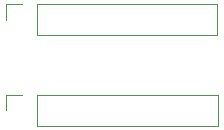
<source format=gbr>
%TF.GenerationSoftware,KiCad,Pcbnew,7.0.9+1*%
%TF.CreationDate,2023-12-23T17:09:26+01:00*%
%TF.ProjectId,PCB_external_oscillator,5043425f-6578-4746-9572-6e616c5f6f73,rev?*%
%TF.SameCoordinates,Original*%
%TF.FileFunction,Legend,Bot*%
%TF.FilePolarity,Positive*%
%FSLAX46Y46*%
G04 Gerber Fmt 4.6, Leading zero omitted, Abs format (unit mm)*
G04 Created by KiCad (PCBNEW 7.0.9+1) date 2023-12-23 17:09:26*
%MOMM*%
%LPD*%
G01*
G04 APERTURE LIST*
%ADD10C,0.120000*%
G04 APERTURE END LIST*
D10*
%TO.C,J2*%
X40005000Y-47507200D02*
X55305000Y-47507200D01*
X38735000Y-44847200D02*
X37405000Y-44847200D01*
X55305000Y-44847200D02*
X55305000Y-47507200D01*
X37405000Y-44847200D02*
X37405000Y-46177200D01*
X40005000Y-44847200D02*
X55305000Y-44847200D01*
X40005000Y-44847200D02*
X40005000Y-47507200D01*
%TO.C,J1*%
X39979600Y-39811000D02*
X55279600Y-39811000D01*
X55279600Y-37151000D02*
X55279600Y-39811000D01*
X39979600Y-37151000D02*
X39979600Y-39811000D01*
X39979600Y-37151000D02*
X55279600Y-37151000D01*
X38709600Y-37151000D02*
X37379600Y-37151000D01*
X37379600Y-37151000D02*
X37379600Y-38481000D01*
%TD*%
M02*

</source>
